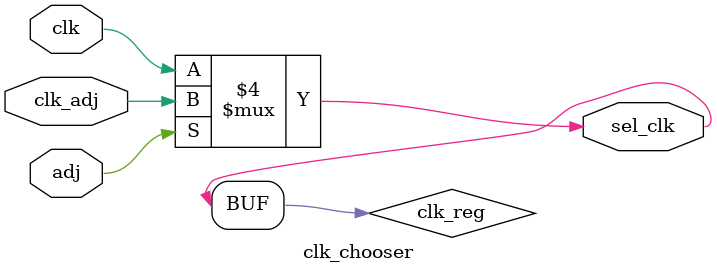
<source format=v>
`timescale 1ns / 1ps
module clk_chooser(clk, clk_adj, adj, sel_clk);
	input clk, clk_adj, adj;
	output sel_clk;
	
	reg clk_reg;
	assign sel_clk = clk_reg;
	
	// selects the proper clock based on the value of adj, either 1hz or 2hz
	always @* begin
		if (adj == 0) begin
			clk_reg = clk;
		end
		else begin
			clk_reg = clk_adj;
		end
	end

endmodule

</source>
